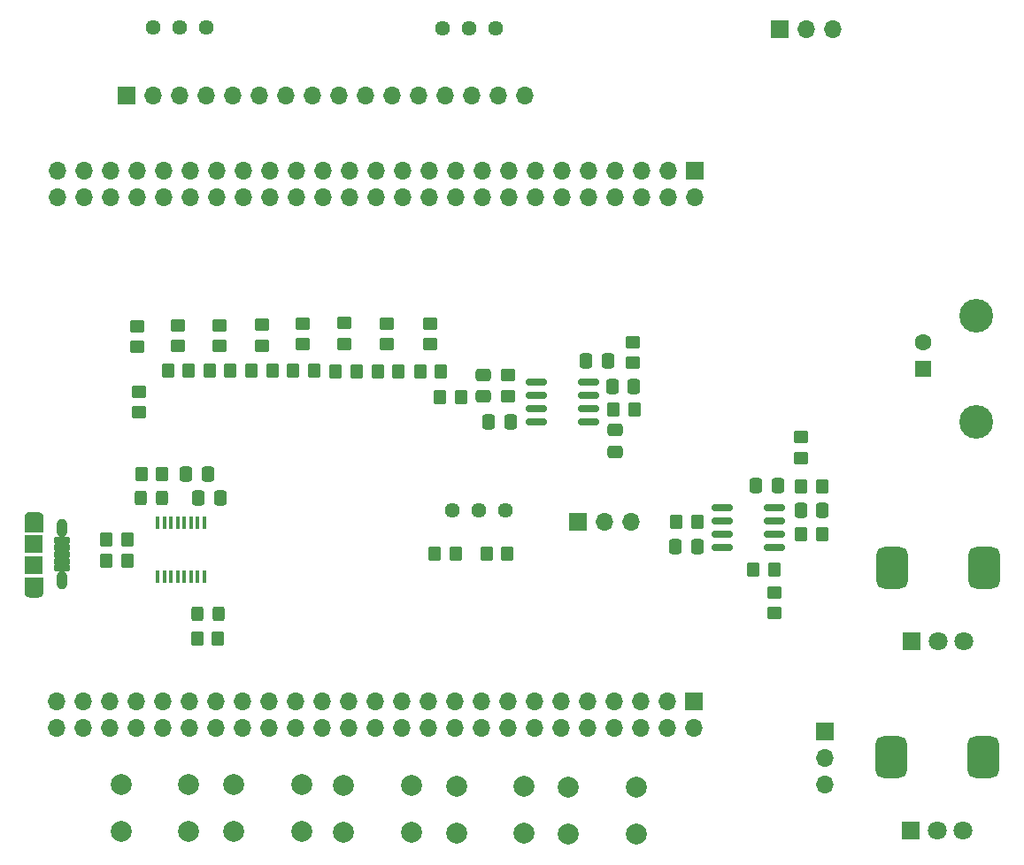
<source format=gbr>
%TF.GenerationSoftware,KiCad,Pcbnew,8.0.0*%
%TF.CreationDate,2024-05-30T16:12:21-06:00*%
%TF.ProjectId,2024_Discovery_DDS_Shield,32303234-5f44-4697-9363-6f766572795f,rev?*%
%TF.SameCoordinates,Original*%
%TF.FileFunction,Soldermask,Top*%
%TF.FilePolarity,Negative*%
%FSLAX46Y46*%
G04 Gerber Fmt 4.6, Leading zero omitted, Abs format (unit mm)*
G04 Created by KiCad (PCBNEW 8.0.0) date 2024-05-30 16:12:21*
%MOMM*%
%LPD*%
G01*
G04 APERTURE LIST*
G04 Aperture macros list*
%AMRoundRect*
0 Rectangle with rounded corners*
0 $1 Rounding radius*
0 $2 $3 $4 $5 $6 $7 $8 $9 X,Y pos of 4 corners*
0 Add a 4 corners polygon primitive as box body*
4,1,4,$2,$3,$4,$5,$6,$7,$8,$9,$2,$3,0*
0 Add four circle primitives for the rounded corners*
1,1,$1+$1,$2,$3*
1,1,$1+$1,$4,$5*
1,1,$1+$1,$6,$7*
1,1,$1+$1,$8,$9*
0 Add four rect primitives between the rounded corners*
20,1,$1+$1,$2,$3,$4,$5,0*
20,1,$1+$1,$4,$5,$6,$7,0*
20,1,$1+$1,$6,$7,$8,$9,0*
20,1,$1+$1,$8,$9,$2,$3,0*%
G04 Aperture macros list end*
%ADD10C,0.010000*%
%ADD11RoundRect,0.250000X-0.337500X-0.475000X0.337500X-0.475000X0.337500X0.475000X-0.337500X0.475000X0*%
%ADD12RoundRect,0.250000X0.350000X0.450000X-0.350000X0.450000X-0.350000X-0.450000X0.350000X-0.450000X0*%
%ADD13RoundRect,0.102000X-0.675000X0.200000X-0.675000X-0.200000X0.675000X-0.200000X0.675000X0.200000X0*%
%ADD14O,1.004000X1.804000*%
%ADD15O,1.704000X0.954000*%
%ADD16RoundRect,0.102000X-0.775000X0.750000X-0.775000X-0.750000X0.775000X-0.750000X0.775000X0.750000X0*%
%ADD17C,2.000000*%
%ADD18RoundRect,0.250000X0.337500X0.475000X-0.337500X0.475000X-0.337500X-0.475000X0.337500X-0.475000X0*%
%ADD19RoundRect,0.250000X-0.350000X-0.450000X0.350000X-0.450000X0.350000X0.450000X-0.350000X0.450000X0*%
%ADD20RoundRect,0.250000X0.450000X-0.350000X0.450000X0.350000X-0.450000X0.350000X-0.450000X-0.350000X0*%
%ADD21RoundRect,0.150000X-0.825000X-0.150000X0.825000X-0.150000X0.825000X0.150000X-0.825000X0.150000X0*%
%ADD22RoundRect,0.102000X0.699000X0.699000X-0.699000X0.699000X-0.699000X-0.699000X0.699000X-0.699000X0*%
%ADD23C,1.602000*%
%ADD24C,3.219000*%
%ADD25R,1.800000X1.800000*%
%ADD26C,1.800000*%
%ADD27RoundRect,0.750000X0.750000X-1.250000X0.750000X1.250000X-0.750000X1.250000X-0.750000X-1.250000X0*%
%ADD28RoundRect,0.250000X0.475000X-0.337500X0.475000X0.337500X-0.475000X0.337500X-0.475000X-0.337500X0*%
%ADD29RoundRect,0.250000X-0.450000X0.350000X-0.450000X-0.350000X0.450000X-0.350000X0.450000X0.350000X0*%
%ADD30R,1.700000X1.700000*%
%ADD31O,1.700000X1.700000*%
%ADD32RoundRect,0.250000X-0.325000X-0.450000X0.325000X-0.450000X0.325000X0.450000X-0.325000X0.450000X0*%
%ADD33R,0.400000X1.200000*%
%ADD34C,1.440000*%
%ADD35RoundRect,0.250000X0.325000X0.450000X-0.325000X0.450000X-0.325000X-0.450000X0.325000X-0.450000X0*%
G04 APERTURE END LIST*
D10*
%TO.C,J2*%
X85131800Y-83498400D02*
X85157800Y-83500400D01*
X85183800Y-83503400D01*
X85209800Y-83508400D01*
X85234800Y-83514400D01*
X85260800Y-83521400D01*
X85284800Y-83530400D01*
X85308800Y-83540400D01*
X85332800Y-83551400D01*
X85355800Y-83564400D01*
X85377800Y-83578400D01*
X85399800Y-83592400D01*
X85420800Y-83608400D01*
X85440800Y-83625400D01*
X85459800Y-83643400D01*
X85477800Y-83662400D01*
X85494800Y-83682400D01*
X85510800Y-83703400D01*
X85524800Y-83725400D01*
X85538800Y-83747400D01*
X85551800Y-83770400D01*
X85562800Y-83794400D01*
X85572800Y-83818400D01*
X85581800Y-83842400D01*
X85588800Y-83868400D01*
X85594800Y-83893400D01*
X85599800Y-83919400D01*
X85602800Y-83945400D01*
X85604800Y-83971400D01*
X85605800Y-83997400D01*
X85605800Y-85342400D01*
X83855800Y-85342400D01*
X83855800Y-83997400D01*
X83856800Y-83971400D01*
X83858800Y-83945400D01*
X83861800Y-83919400D01*
X83866800Y-83893400D01*
X83872800Y-83868400D01*
X83879800Y-83842400D01*
X83888800Y-83818400D01*
X83898800Y-83794400D01*
X83909800Y-83770400D01*
X83922800Y-83747400D01*
X83936800Y-83725400D01*
X83950800Y-83703400D01*
X83966800Y-83682400D01*
X83983800Y-83662400D01*
X84001800Y-83643400D01*
X84020800Y-83625400D01*
X84040800Y-83608400D01*
X84061800Y-83592400D01*
X84083800Y-83578400D01*
X84105800Y-83564400D01*
X84128800Y-83551400D01*
X84152800Y-83540400D01*
X84176800Y-83530400D01*
X84200800Y-83521400D01*
X84226800Y-83514400D01*
X84251800Y-83508400D01*
X84277800Y-83503400D01*
X84303800Y-83500400D01*
X84329800Y-83498400D01*
X84355800Y-83497400D01*
X85105800Y-83497400D01*
X85131800Y-83498400D01*
G36*
X85131800Y-83498400D02*
G01*
X85157800Y-83500400D01*
X85183800Y-83503400D01*
X85209800Y-83508400D01*
X85234800Y-83514400D01*
X85260800Y-83521400D01*
X85284800Y-83530400D01*
X85308800Y-83540400D01*
X85332800Y-83551400D01*
X85355800Y-83564400D01*
X85377800Y-83578400D01*
X85399800Y-83592400D01*
X85420800Y-83608400D01*
X85440800Y-83625400D01*
X85459800Y-83643400D01*
X85477800Y-83662400D01*
X85494800Y-83682400D01*
X85510800Y-83703400D01*
X85524800Y-83725400D01*
X85538800Y-83747400D01*
X85551800Y-83770400D01*
X85562800Y-83794400D01*
X85572800Y-83818400D01*
X85581800Y-83842400D01*
X85588800Y-83868400D01*
X85594800Y-83893400D01*
X85599800Y-83919400D01*
X85602800Y-83945400D01*
X85604800Y-83971400D01*
X85605800Y-83997400D01*
X85605800Y-85342400D01*
X83855800Y-85342400D01*
X83855800Y-83997400D01*
X83856800Y-83971400D01*
X83858800Y-83945400D01*
X83861800Y-83919400D01*
X83866800Y-83893400D01*
X83872800Y-83868400D01*
X83879800Y-83842400D01*
X83888800Y-83818400D01*
X83898800Y-83794400D01*
X83909800Y-83770400D01*
X83922800Y-83747400D01*
X83936800Y-83725400D01*
X83950800Y-83703400D01*
X83966800Y-83682400D01*
X83983800Y-83662400D01*
X84001800Y-83643400D01*
X84020800Y-83625400D01*
X84040800Y-83608400D01*
X84061800Y-83592400D01*
X84083800Y-83578400D01*
X84105800Y-83564400D01*
X84128800Y-83551400D01*
X84152800Y-83540400D01*
X84176800Y-83530400D01*
X84200800Y-83521400D01*
X84226800Y-83514400D01*
X84251800Y-83508400D01*
X84277800Y-83503400D01*
X84303800Y-83500400D01*
X84329800Y-83498400D01*
X84355800Y-83497400D01*
X85105800Y-83497400D01*
X85131800Y-83498400D01*
G37*
X85605800Y-91087400D02*
X85604800Y-91113400D01*
X85602800Y-91139400D01*
X85599800Y-91165400D01*
X85594800Y-91191400D01*
X85588800Y-91216400D01*
X85581800Y-91242400D01*
X85572800Y-91266400D01*
X85562800Y-91290400D01*
X85551800Y-91314400D01*
X85538800Y-91337400D01*
X85524800Y-91359400D01*
X85510800Y-91381400D01*
X85494800Y-91402400D01*
X85477800Y-91422400D01*
X85459800Y-91441400D01*
X85440800Y-91459400D01*
X85420800Y-91476400D01*
X85399800Y-91492400D01*
X85377800Y-91506400D01*
X85355800Y-91520400D01*
X85332800Y-91533400D01*
X85308800Y-91544400D01*
X85284800Y-91554400D01*
X85260800Y-91563400D01*
X85234800Y-91570400D01*
X85209800Y-91576400D01*
X85183800Y-91581400D01*
X85157800Y-91584400D01*
X85131800Y-91586400D01*
X85105800Y-91587400D01*
X84355800Y-91587400D01*
X84329800Y-91586400D01*
X84303800Y-91584400D01*
X84277800Y-91581400D01*
X84251800Y-91576400D01*
X84226800Y-91570400D01*
X84200800Y-91563400D01*
X84176800Y-91554400D01*
X84152800Y-91544400D01*
X84128800Y-91533400D01*
X84105800Y-91520400D01*
X84083800Y-91506400D01*
X84061800Y-91492400D01*
X84040800Y-91476400D01*
X84020800Y-91459400D01*
X84001800Y-91441400D01*
X83983800Y-91422400D01*
X83966800Y-91402400D01*
X83950800Y-91381400D01*
X83936800Y-91359400D01*
X83922800Y-91337400D01*
X83909800Y-91314400D01*
X83898800Y-91290400D01*
X83888800Y-91266400D01*
X83879800Y-91242400D01*
X83872800Y-91216400D01*
X83866800Y-91191400D01*
X83861800Y-91165400D01*
X83858800Y-91139400D01*
X83856800Y-91113400D01*
X83855800Y-91087400D01*
X83855800Y-89742400D01*
X85605800Y-89742400D01*
X85605800Y-91087400D01*
G36*
X85605800Y-91087400D02*
G01*
X85604800Y-91113400D01*
X85602800Y-91139400D01*
X85599800Y-91165400D01*
X85594800Y-91191400D01*
X85588800Y-91216400D01*
X85581800Y-91242400D01*
X85572800Y-91266400D01*
X85562800Y-91290400D01*
X85551800Y-91314400D01*
X85538800Y-91337400D01*
X85524800Y-91359400D01*
X85510800Y-91381400D01*
X85494800Y-91402400D01*
X85477800Y-91422400D01*
X85459800Y-91441400D01*
X85440800Y-91459400D01*
X85420800Y-91476400D01*
X85399800Y-91492400D01*
X85377800Y-91506400D01*
X85355800Y-91520400D01*
X85332800Y-91533400D01*
X85308800Y-91544400D01*
X85284800Y-91554400D01*
X85260800Y-91563400D01*
X85234800Y-91570400D01*
X85209800Y-91576400D01*
X85183800Y-91581400D01*
X85157800Y-91584400D01*
X85131800Y-91586400D01*
X85105800Y-91587400D01*
X84355800Y-91587400D01*
X84329800Y-91586400D01*
X84303800Y-91584400D01*
X84277800Y-91581400D01*
X84251800Y-91576400D01*
X84226800Y-91570400D01*
X84200800Y-91563400D01*
X84176800Y-91554400D01*
X84152800Y-91544400D01*
X84128800Y-91533400D01*
X84105800Y-91520400D01*
X84083800Y-91506400D01*
X84061800Y-91492400D01*
X84040800Y-91476400D01*
X84020800Y-91459400D01*
X84001800Y-91441400D01*
X83983800Y-91422400D01*
X83966800Y-91402400D01*
X83950800Y-91381400D01*
X83936800Y-91359400D01*
X83922800Y-91337400D01*
X83909800Y-91314400D01*
X83898800Y-91290400D01*
X83888800Y-91266400D01*
X83879800Y-91242400D01*
X83872800Y-91216400D01*
X83866800Y-91191400D01*
X83861800Y-91165400D01*
X83858800Y-91139400D01*
X83856800Y-91113400D01*
X83855800Y-91087400D01*
X83855800Y-89742400D01*
X85605800Y-89742400D01*
X85605800Y-91087400D01*
G37*
%TD*%
D11*
%TO.C,C6*%
X128283300Y-74853800D03*
X130358300Y-74853800D03*
%TD*%
D12*
%TO.C,R51*%
X125612400Y-72466200D03*
X123612400Y-72466200D03*
%TD*%
D13*
%TO.C,J2*%
X87405800Y-86242400D03*
X87405800Y-86892400D03*
X87405800Y-87542400D03*
X87405800Y-88192400D03*
X87405800Y-88842400D03*
D14*
X87430800Y-85042400D03*
X87430800Y-90042400D03*
D15*
X84730800Y-84017400D03*
D16*
X84730800Y-86542400D03*
X84730800Y-88542400D03*
D15*
X84730800Y-91067400D03*
%TD*%
D17*
%TO.C,SW3*%
X120904000Y-114122200D03*
X114404000Y-114122200D03*
X120904000Y-109622200D03*
X114404000Y-109622200D03*
%TD*%
D18*
%TO.C,C3*%
X142169300Y-71475600D03*
X140094300Y-71475600D03*
%TD*%
D19*
%TO.C,R3*%
X97568000Y-69926200D03*
X99568000Y-69926200D03*
%TD*%
D20*
%TO.C,R53*%
X142062200Y-69224400D03*
X142062200Y-67224400D03*
%TD*%
D19*
%TO.C,R7*%
X95046800Y-79857600D03*
X97046800Y-79857600D03*
%TD*%
D17*
%TO.C,SW2*%
X110363000Y-114046000D03*
X103863000Y-114046000D03*
X110363000Y-109546000D03*
X103863000Y-109546000D03*
%TD*%
D19*
%TO.C,R59*%
X158131000Y-81076800D03*
X160131000Y-81076800D03*
%TD*%
D20*
%TO.C,R29*%
X106594400Y-67573400D03*
X106594400Y-65573400D03*
%TD*%
D21*
%TO.C,U1*%
X132840200Y-71069200D03*
X132840200Y-72339200D03*
X132840200Y-73609200D03*
X132840200Y-74879200D03*
X137790200Y-74879200D03*
X137790200Y-73609200D03*
X137790200Y-72339200D03*
X137790200Y-71069200D03*
%TD*%
D20*
%TO.C,R48*%
X122647200Y-67446400D03*
X122647200Y-65446400D03*
%TD*%
D19*
%TO.C,R58*%
X158156400Y-85598000D03*
X160156400Y-85598000D03*
%TD*%
D18*
%TO.C,C7*%
X155901300Y-80949800D03*
X153826300Y-80949800D03*
%TD*%
D19*
%TO.C,R30*%
X109566200Y-69944400D03*
X111566200Y-69944400D03*
%TD*%
D22*
%TO.C,J9*%
X169799000Y-69748400D03*
D23*
X169799000Y-67208400D03*
D24*
X174879000Y-64668400D03*
X174879000Y-74828400D03*
%TD*%
D20*
%TO.C,R1*%
X94783400Y-73964800D03*
X94783400Y-71964800D03*
%TD*%
D25*
%TO.C,RV7*%
X168746800Y-95813600D03*
D26*
X171246800Y-95813600D03*
X173746800Y-95813600D03*
D27*
X166846800Y-88813600D03*
X175646800Y-88813600D03*
%TD*%
D21*
%TO.C,U2*%
X150647400Y-83083400D03*
X150647400Y-84353400D03*
X150647400Y-85623400D03*
X150647400Y-86893400D03*
X155597400Y-86893400D03*
X155597400Y-85623400D03*
X155597400Y-84353400D03*
X155597400Y-83083400D03*
%TD*%
D28*
%TO.C,C1*%
X127775300Y-72436900D03*
X127775300Y-70361900D03*
%TD*%
D20*
%TO.C,R31*%
X110464600Y-67446400D03*
X110464600Y-65446400D03*
%TD*%
D12*
%TO.C,R50*%
X130073400Y-87452200D03*
X128073400Y-87452200D03*
%TD*%
D11*
%TO.C,C8*%
X146155500Y-86791800D03*
X148230500Y-86791800D03*
%TD*%
D20*
%TO.C,R6*%
X102555800Y-67598800D03*
X102555800Y-65598800D03*
%TD*%
D29*
%TO.C,R57*%
X155575000Y-91176600D03*
X155575000Y-93176600D03*
%TD*%
D20*
%TO.C,R4*%
X98568000Y-67598800D03*
X98568000Y-65598800D03*
%TD*%
%TO.C,R33*%
X114493800Y-67395600D03*
X114493800Y-65395600D03*
%TD*%
D27*
%TO.C,RV8*%
X175545200Y-106949200D03*
X166745200Y-106949200D03*
D26*
X173645200Y-113949200D03*
X171145200Y-113949200D03*
D25*
X168645200Y-113949200D03*
%TD*%
D30*
%TO.C,J4*%
X160426400Y-104470200D03*
D31*
X160426400Y-107010200D03*
X160426400Y-109550200D03*
%TD*%
D17*
%TO.C,SW4*%
X131673600Y-114223800D03*
X125173600Y-114223800D03*
X131673600Y-109723800D03*
X125173600Y-109723800D03*
%TD*%
D32*
%TO.C,D4*%
X100397200Y-93268800D03*
X102447200Y-93268800D03*
%TD*%
D11*
%TO.C,C5*%
X137605100Y-68986400D03*
X139680100Y-68986400D03*
%TD*%
D12*
%TO.C,R56*%
X155584400Y-88976200D03*
X153584400Y-88976200D03*
%TD*%
D30*
%TO.C,J1*%
X136819800Y-84389600D03*
D31*
X139359800Y-84389600D03*
X141899800Y-84389600D03*
%TD*%
D30*
%TO.C,J5*%
X93594902Y-43644400D03*
D31*
X96134902Y-43644400D03*
X98674902Y-43644400D03*
X101214902Y-43644400D03*
X103754902Y-43644400D03*
X106294902Y-43644400D03*
X108834902Y-43644400D03*
X111374902Y-43644400D03*
X113914902Y-43644400D03*
X116454902Y-43644400D03*
X118994902Y-43644400D03*
X121534902Y-43644400D03*
X124074902Y-43644400D03*
X126614902Y-43644400D03*
X129154902Y-43644400D03*
X131694902Y-43644400D03*
%TD*%
D30*
%TO.C,J6*%
X156083000Y-37236400D03*
D31*
X158623000Y-37236400D03*
X161163000Y-37236400D03*
%TD*%
D19*
%TO.C,R49*%
X123120400Y-87436200D03*
X125120400Y-87436200D03*
%TD*%
D18*
%TO.C,C18*%
X101392900Y-79832200D03*
X99317900Y-79832200D03*
%TD*%
D17*
%TO.C,SW6*%
X99593400Y-114046000D03*
X93093400Y-114046000D03*
X99593400Y-109546000D03*
X93093400Y-109546000D03*
%TD*%
D19*
%TO.C,R45*%
X117634000Y-70002400D03*
X119634000Y-70002400D03*
%TD*%
D33*
%TO.C,U5*%
X96596200Y-89683900D03*
X97231200Y-89683900D03*
X97866200Y-89683900D03*
X98501200Y-89683900D03*
X99136200Y-89683900D03*
X99771200Y-89683900D03*
X100406200Y-89683900D03*
X101041200Y-89683900D03*
X101041200Y-84483900D03*
X100406200Y-84483900D03*
X99771200Y-84483900D03*
X99136200Y-84483900D03*
X98501200Y-84483900D03*
X97866200Y-84483900D03*
X97231200Y-84483900D03*
X96596200Y-84483900D03*
%TD*%
D12*
%TO.C,R8*%
X102371400Y-95580200D03*
X100371400Y-95580200D03*
%TD*%
D19*
%TO.C,R28*%
X105594400Y-69951600D03*
X107594400Y-69951600D03*
%TD*%
D34*
%TO.C,RV2*%
X128905000Y-37160200D03*
X126365000Y-37160200D03*
X123825000Y-37160200D03*
%TD*%
D20*
%TO.C,R46*%
X118541800Y-67446400D03*
X118541800Y-65446400D03*
%TD*%
D18*
%TO.C,C4*%
X160193900Y-83362800D03*
X158118900Y-83362800D03*
%TD*%
D19*
%TO.C,R55*%
X140208000Y-73634600D03*
X142208000Y-73634600D03*
%TD*%
D35*
%TO.C,D3*%
X97037000Y-82169000D03*
X94987000Y-82169000D03*
%TD*%
D29*
%TO.C,R52*%
X130108200Y-70399400D03*
X130108200Y-72399400D03*
%TD*%
D11*
%TO.C,C17*%
X100486300Y-82118200D03*
X102561300Y-82118200D03*
%TD*%
D12*
%TO.C,R47*%
X123698000Y-70002400D03*
X121698000Y-70002400D03*
%TD*%
D19*
%TO.C,R10*%
X91710000Y-86156800D03*
X93710000Y-86156800D03*
%TD*%
D34*
%TO.C,RV1*%
X101244400Y-37134800D03*
X98704400Y-37134800D03*
X96164400Y-37134800D03*
%TD*%
D19*
%TO.C,R9*%
X91710000Y-88163400D03*
X93710000Y-88163400D03*
%TD*%
D17*
%TO.C,SW5*%
X142367000Y-114300000D03*
X135867000Y-114300000D03*
X142367000Y-109800000D03*
X135867000Y-109800000D03*
%TD*%
D19*
%TO.C,R32*%
X113620800Y-70002400D03*
X115620800Y-70002400D03*
%TD*%
D20*
%TO.C,R2*%
X94656400Y-67675000D03*
X94656400Y-65675000D03*
%TD*%
D12*
%TO.C,R54*%
X148209000Y-84455000D03*
X146209000Y-84455000D03*
%TD*%
D19*
%TO.C,R5*%
X101555800Y-69926200D03*
X103555800Y-69926200D03*
%TD*%
D29*
%TO.C,R60*%
X158140400Y-76333600D03*
X158140400Y-78333600D03*
%TD*%
D34*
%TO.C,RV6*%
X124780800Y-83296000D03*
X127320800Y-83296000D03*
X129860800Y-83296000D03*
%TD*%
D28*
%TO.C,C2*%
X140344400Y-77716200D03*
X140344400Y-75641200D03*
%TD*%
D30*
%TO.C,J7*%
X147950600Y-50787200D03*
D31*
X147950600Y-53327200D03*
X145410600Y-50787200D03*
X145410600Y-53327200D03*
X142870600Y-50787200D03*
X142870600Y-53327200D03*
X140330600Y-50787200D03*
X140330600Y-53327200D03*
X137790600Y-50787200D03*
X137790600Y-53327200D03*
X135250600Y-50787200D03*
X135250600Y-53327200D03*
X132710600Y-50787200D03*
X132710600Y-53327200D03*
X130170600Y-50787200D03*
X130170600Y-53327200D03*
X127630600Y-50787200D03*
X127630600Y-53327200D03*
X125090600Y-50787200D03*
X125090600Y-53327200D03*
X122550600Y-50787200D03*
X122550600Y-53327200D03*
X120010600Y-50787200D03*
X120010600Y-53327200D03*
X117470600Y-50787200D03*
X117470600Y-53327200D03*
X114930600Y-50787200D03*
X114930600Y-53327200D03*
X112390600Y-50787200D03*
X112390600Y-53327200D03*
X109850600Y-50787200D03*
X109850600Y-53327200D03*
X107310600Y-50787200D03*
X107310600Y-53327200D03*
X104770600Y-50787200D03*
X104770600Y-53327200D03*
X102230600Y-50787200D03*
X102230600Y-53327200D03*
X99690600Y-50787200D03*
X99690600Y-53327200D03*
X97150600Y-50787200D03*
X97150600Y-53327200D03*
X94610600Y-50787200D03*
X94610600Y-53327200D03*
X92070600Y-50787200D03*
X92070600Y-53327200D03*
X89530600Y-50787200D03*
X89530600Y-53327200D03*
X86990600Y-50787200D03*
X86990600Y-53327200D03*
%TD*%
D30*
%TO.C,J8*%
X147925200Y-101587200D03*
D31*
X147925200Y-104127200D03*
X145385200Y-101587200D03*
X145385200Y-104127200D03*
X142845200Y-101587200D03*
X142845200Y-104127200D03*
X140305200Y-101587200D03*
X140305200Y-104127200D03*
X137765200Y-101587200D03*
X137765200Y-104127200D03*
X135225200Y-101587200D03*
X135225200Y-104127200D03*
X132685200Y-101587200D03*
X132685200Y-104127200D03*
X130145200Y-101587200D03*
X130145200Y-104127200D03*
X127605200Y-101587200D03*
X127605200Y-104127200D03*
X125065200Y-101587200D03*
X125065200Y-104127200D03*
X122525200Y-101587200D03*
X122525200Y-104127200D03*
X119985200Y-101587200D03*
X119985200Y-104127200D03*
X117445200Y-101587200D03*
X117445200Y-104127200D03*
X114905200Y-101587200D03*
X114905200Y-104127200D03*
X112365200Y-101587200D03*
X112365200Y-104127200D03*
X109825200Y-101587200D03*
X109825200Y-104127200D03*
X107285200Y-101587200D03*
X107285200Y-104127200D03*
X104745200Y-101587200D03*
X104745200Y-104127200D03*
X102205200Y-101587200D03*
X102205200Y-104127200D03*
X99665200Y-101587200D03*
X99665200Y-104127200D03*
X97125200Y-101587200D03*
X97125200Y-104127200D03*
X94585200Y-101587200D03*
X94585200Y-104127200D03*
X92045200Y-101587200D03*
X92045200Y-104127200D03*
X89505200Y-101587200D03*
X89505200Y-104127200D03*
X86965200Y-101587200D03*
X86965200Y-104127200D03*
%TD*%
M02*

</source>
